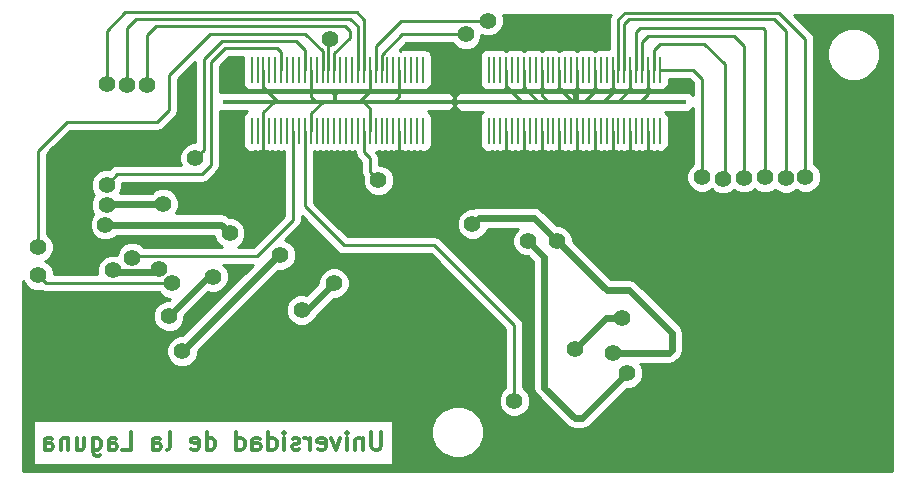
<source format=gbr>
G04 #@! TF.FileFunction,Copper,L2,Bot,Signal*
%FSLAX46Y46*%
G04 Gerber Fmt 4.6, Leading zero omitted, Abs format (unit mm)*
G04 Created by KiCad (PCBNEW 4.0.7-e2-6376~60~ubuntu17.10.1) date Tue Apr 10 15:37:57 2018*
%MOMM*%
%LPD*%
G01*
G04 APERTURE LIST*
%ADD10C,0.100000*%
%ADD11C,0.300000*%
%ADD12R,0.200000X2.200000*%
%ADD13R,19.000000X0.400000*%
%ADD14C,1.400000*%
%ADD15C,0.250000*%
%ADD16C,0.600000*%
%ADD17C,0.254000*%
G04 APERTURE END LIST*
D10*
D11*
X45997460Y23993849D02*
X45997460Y22779563D01*
X45926032Y22636706D01*
X45854603Y22565277D01*
X45711746Y22493849D01*
X45426032Y22493849D01*
X45283174Y22565277D01*
X45211746Y22636706D01*
X45140317Y22779563D01*
X45140317Y23993849D01*
X44426031Y23493849D02*
X44426031Y22493849D01*
X44426031Y23350991D02*
X44354603Y23422420D01*
X44211745Y23493849D01*
X43997460Y23493849D01*
X43854603Y23422420D01*
X43783174Y23279563D01*
X43783174Y22493849D01*
X43068888Y22493849D02*
X43068888Y23493849D01*
X43068888Y23993849D02*
X43140317Y23922420D01*
X43068888Y23850991D01*
X42997460Y23922420D01*
X43068888Y23993849D01*
X43068888Y23850991D01*
X42497459Y23493849D02*
X42140316Y22493849D01*
X41783174Y23493849D01*
X40640317Y22565277D02*
X40783174Y22493849D01*
X41068888Y22493849D01*
X41211745Y22565277D01*
X41283174Y22708134D01*
X41283174Y23279563D01*
X41211745Y23422420D01*
X41068888Y23493849D01*
X40783174Y23493849D01*
X40640317Y23422420D01*
X40568888Y23279563D01*
X40568888Y23136706D01*
X41283174Y22993849D01*
X39926031Y22493849D02*
X39926031Y23493849D01*
X39926031Y23208134D02*
X39854603Y23350991D01*
X39783174Y23422420D01*
X39640317Y23493849D01*
X39497460Y23493849D01*
X39068889Y22565277D02*
X38926032Y22493849D01*
X38640317Y22493849D01*
X38497460Y22565277D01*
X38426032Y22708134D01*
X38426032Y22779563D01*
X38497460Y22922420D01*
X38640317Y22993849D01*
X38854603Y22993849D01*
X38997460Y23065277D01*
X39068889Y23208134D01*
X39068889Y23279563D01*
X38997460Y23422420D01*
X38854603Y23493849D01*
X38640317Y23493849D01*
X38497460Y23422420D01*
X37783174Y22493849D02*
X37783174Y23493849D01*
X37783174Y23993849D02*
X37854603Y23922420D01*
X37783174Y23850991D01*
X37711746Y23922420D01*
X37783174Y23993849D01*
X37783174Y23850991D01*
X36426031Y22493849D02*
X36426031Y23993849D01*
X36426031Y22565277D02*
X36568888Y22493849D01*
X36854602Y22493849D01*
X36997460Y22565277D01*
X37068888Y22636706D01*
X37140317Y22779563D01*
X37140317Y23208134D01*
X37068888Y23350991D01*
X36997460Y23422420D01*
X36854602Y23493849D01*
X36568888Y23493849D01*
X36426031Y23422420D01*
X35068888Y22493849D02*
X35068888Y23279563D01*
X35140317Y23422420D01*
X35283174Y23493849D01*
X35568888Y23493849D01*
X35711745Y23422420D01*
X35068888Y22565277D02*
X35211745Y22493849D01*
X35568888Y22493849D01*
X35711745Y22565277D01*
X35783174Y22708134D01*
X35783174Y22850991D01*
X35711745Y22993849D01*
X35568888Y23065277D01*
X35211745Y23065277D01*
X35068888Y23136706D01*
X33711745Y22493849D02*
X33711745Y23993849D01*
X33711745Y22565277D02*
X33854602Y22493849D01*
X34140316Y22493849D01*
X34283174Y22565277D01*
X34354602Y22636706D01*
X34426031Y22779563D01*
X34426031Y23208134D01*
X34354602Y23350991D01*
X34283174Y23422420D01*
X34140316Y23493849D01*
X33854602Y23493849D01*
X33711745Y23422420D01*
X31211745Y22493849D02*
X31211745Y23993849D01*
X31211745Y22565277D02*
X31354602Y22493849D01*
X31640316Y22493849D01*
X31783174Y22565277D01*
X31854602Y22636706D01*
X31926031Y22779563D01*
X31926031Y23208134D01*
X31854602Y23350991D01*
X31783174Y23422420D01*
X31640316Y23493849D01*
X31354602Y23493849D01*
X31211745Y23422420D01*
X29926031Y22565277D02*
X30068888Y22493849D01*
X30354602Y22493849D01*
X30497459Y22565277D01*
X30568888Y22708134D01*
X30568888Y23279563D01*
X30497459Y23422420D01*
X30354602Y23493849D01*
X30068888Y23493849D01*
X29926031Y23422420D01*
X29854602Y23279563D01*
X29854602Y23136706D01*
X30568888Y22993849D01*
X27854602Y22493849D02*
X27997460Y22565277D01*
X28068888Y22708134D01*
X28068888Y23993849D01*
X26640317Y22493849D02*
X26640317Y23279563D01*
X26711746Y23422420D01*
X26854603Y23493849D01*
X27140317Y23493849D01*
X27283174Y23422420D01*
X26640317Y22565277D02*
X26783174Y22493849D01*
X27140317Y22493849D01*
X27283174Y22565277D01*
X27354603Y22708134D01*
X27354603Y22850991D01*
X27283174Y22993849D01*
X27140317Y23065277D01*
X26783174Y23065277D01*
X26640317Y23136706D01*
X24068888Y22493849D02*
X24783174Y22493849D01*
X24783174Y23993849D01*
X22926031Y22493849D02*
X22926031Y23279563D01*
X22997460Y23422420D01*
X23140317Y23493849D01*
X23426031Y23493849D01*
X23568888Y23422420D01*
X22926031Y22565277D02*
X23068888Y22493849D01*
X23426031Y22493849D01*
X23568888Y22565277D01*
X23640317Y22708134D01*
X23640317Y22850991D01*
X23568888Y22993849D01*
X23426031Y23065277D01*
X23068888Y23065277D01*
X22926031Y23136706D01*
X21568888Y23493849D02*
X21568888Y22279563D01*
X21640317Y22136706D01*
X21711745Y22065277D01*
X21854602Y21993849D01*
X22068888Y21993849D01*
X22211745Y22065277D01*
X21568888Y22565277D02*
X21711745Y22493849D01*
X21997459Y22493849D01*
X22140317Y22565277D01*
X22211745Y22636706D01*
X22283174Y22779563D01*
X22283174Y23208134D01*
X22211745Y23350991D01*
X22140317Y23422420D01*
X21997459Y23493849D01*
X21711745Y23493849D01*
X21568888Y23422420D01*
X20211745Y23493849D02*
X20211745Y22493849D01*
X20854602Y23493849D02*
X20854602Y22708134D01*
X20783174Y22565277D01*
X20640316Y22493849D01*
X20426031Y22493849D01*
X20283174Y22565277D01*
X20211745Y22636706D01*
X19497459Y23493849D02*
X19497459Y22493849D01*
X19497459Y23350991D02*
X19426031Y23422420D01*
X19283173Y23493849D01*
X19068888Y23493849D01*
X18926031Y23422420D01*
X18854602Y23279563D01*
X18854602Y22493849D01*
X17497459Y22493849D02*
X17497459Y23279563D01*
X17568888Y23422420D01*
X17711745Y23493849D01*
X17997459Y23493849D01*
X18140316Y23422420D01*
X17497459Y22565277D02*
X17640316Y22493849D01*
X17997459Y22493849D01*
X18140316Y22565277D01*
X18211745Y22708134D01*
X18211745Y22850991D01*
X18140316Y22993849D01*
X17997459Y23065277D01*
X17640316Y23065277D01*
X17497459Y23136706D01*
D12*
X69579010Y49482310D03*
X69579010Y54682310D03*
X69079010Y49482310D03*
X69079010Y54682310D03*
X68579010Y49482310D03*
X68579010Y54682310D03*
X68079010Y49482310D03*
X68079010Y54682310D03*
X67579010Y49482310D03*
X67579010Y54682310D03*
X67079010Y49482310D03*
X67079010Y54682310D03*
X66579010Y49482310D03*
X66579010Y54682310D03*
X66079010Y49482310D03*
X66079010Y54682310D03*
X65579010Y49482310D03*
X65579010Y54682310D03*
X65079010Y49482310D03*
X65079010Y54682310D03*
X64579010Y49482310D03*
X64579010Y54682310D03*
X64079010Y49482310D03*
X64079010Y54682310D03*
X63579010Y49482310D03*
X63579010Y54682310D03*
X63079010Y49482310D03*
X63079010Y54682310D03*
X62579010Y49482310D03*
X62579010Y54682310D03*
X62079010Y49482310D03*
X62079010Y54682310D03*
X61579010Y49482310D03*
X61579010Y54682310D03*
X61079010Y49482310D03*
X61079010Y54682310D03*
X60579010Y49482310D03*
X60579010Y54682310D03*
X60079010Y49482310D03*
X60079010Y54682310D03*
X59579010Y49482310D03*
X59579010Y54682310D03*
X59079010Y49482310D03*
X59079010Y54682310D03*
X58579010Y49482310D03*
X58579010Y54682310D03*
X58079010Y49482310D03*
X58079010Y54682310D03*
X57579010Y49482310D03*
X57579010Y54682310D03*
X57079010Y49482310D03*
X57079010Y54682310D03*
X56579010Y49482310D03*
X56579010Y54682310D03*
X56079010Y49482310D03*
X56079010Y54682310D03*
X55579010Y49482310D03*
X55579010Y54682310D03*
X55079010Y49482310D03*
X55079010Y54682310D03*
X49524410Y49469610D03*
X49524410Y54669610D03*
X49024410Y49469610D03*
X49024410Y54669610D03*
X48524410Y49469610D03*
X48524410Y54669610D03*
X48024410Y49469610D03*
X48024410Y54669610D03*
X47524410Y49469610D03*
X47524410Y54669610D03*
X47024410Y49469610D03*
X47024410Y54669610D03*
X46524410Y49469610D03*
X46524410Y54669610D03*
X46024410Y49469610D03*
X46024410Y54669610D03*
X45524410Y49469610D03*
X45524410Y54669610D03*
X45024410Y49469610D03*
X45024410Y54669610D03*
X44524410Y49469610D03*
X44524410Y54669610D03*
X44024410Y49469610D03*
X44024410Y54669610D03*
X43524410Y49469610D03*
X43524410Y54669610D03*
X43024410Y49469610D03*
X43024410Y54669610D03*
X42524410Y49469610D03*
X42524410Y54669610D03*
X42024410Y49469610D03*
X42024410Y54669610D03*
X41524410Y49469610D03*
X41524410Y54669610D03*
X41024410Y49469610D03*
X41024410Y54669610D03*
X40524410Y49469610D03*
X40524410Y54669610D03*
X40024410Y49469610D03*
X40024410Y54669610D03*
X39524410Y49469610D03*
X39524410Y54669610D03*
X39024410Y49469610D03*
X39024410Y54669610D03*
X38524410Y49469610D03*
X38524410Y54669610D03*
X38024410Y49469610D03*
X38024410Y54669610D03*
X37524410Y49469610D03*
X37524410Y54669610D03*
X37024410Y49469610D03*
X37024410Y54669610D03*
X36524410Y49469610D03*
X36524410Y54669610D03*
X36024410Y49469610D03*
X36024410Y54669610D03*
X35524410Y49469610D03*
X35524410Y54669610D03*
X35024410Y49469610D03*
X35024410Y54669610D03*
D13*
X62353760Y51961660D03*
X42046460Y51974360D03*
D14*
X18559780Y29065220D03*
X16913860Y34175700D03*
X31623000Y43515280D03*
X29052520Y49187100D03*
X18519140Y47594520D03*
X42478960Y44777660D03*
X36306760Y44891960D03*
X85239860Y41978580D03*
X80238600Y45499020D03*
X66408300Y33652460D03*
X62384940Y31026100D03*
X81912460Y45577760D03*
X73149460Y45577760D03*
X37449760Y38986460D03*
X29143960Y30833060D03*
X76730860Y45539660D03*
X39250620Y34323020D03*
X41988740Y36614100D03*
X78503780Y45554900D03*
X28270200Y36586160D03*
X16954500Y37256720D03*
X66824860Y28966160D03*
X58417460Y40190420D03*
X53146960Y57655460D03*
X53718460Y41615360D03*
X27175460Y37833300D03*
X23253700Y37670740D03*
X65605660Y30718760D03*
X60881260Y40167560D03*
X55034180Y58823860D03*
X24919940Y38768020D03*
X45760640Y45303440D03*
X24432260Y53398420D03*
X22793960Y53433980D03*
X30248860Y47177960D03*
X27515820Y43319700D03*
X22738080Y43207940D03*
X57261760Y26642060D03*
X22738080Y44940220D03*
X74957940Y45443140D03*
X31762700Y37117020D03*
X28000960Y33804860D03*
X26146760Y53406040D03*
X22644100Y41562020D03*
X33159700Y40833040D03*
X41633140Y57274460D03*
X16913860Y39641780D03*
D15*
X16685260Y30939740D02*
X18559780Y29065220D01*
X16685260Y33947100D02*
X16685260Y30939740D01*
X16913860Y34175700D02*
X16685260Y33947100D01*
X34566860Y43152060D02*
X36306760Y44891960D01*
X31986220Y43152060D02*
X34566860Y43152060D01*
X31623000Y43515280D02*
X31986220Y43152060D01*
X20111720Y49187100D02*
X29052520Y49187100D01*
X18519140Y47594520D02*
X20111720Y49187100D01*
X36024410Y49469610D02*
X36024410Y45174310D01*
X36024410Y45174310D02*
X36306760Y44891960D01*
X45024410Y49469610D02*
X45024410Y51429550D01*
X45024410Y51429550D02*
X44479600Y51974360D01*
X44479600Y51974360D02*
X42046460Y51974360D01*
X40024410Y49469610D02*
X40024410Y50971810D01*
X40024410Y50971810D02*
X41026960Y51974360D01*
X41026960Y51974360D02*
X42046460Y51974360D01*
X47524410Y54669610D02*
X47524410Y52449990D01*
X47524410Y52449990D02*
X47048780Y51974360D01*
X47048780Y51974360D02*
X42046460Y51974360D01*
X45024410Y54669610D02*
X45024410Y52878090D01*
X45024410Y52878090D02*
X44120680Y51974360D01*
X44120680Y51974360D02*
X42046460Y51974360D01*
X40024410Y54669610D02*
X40024410Y52390950D01*
X40024410Y52390950D02*
X40441000Y51974360D01*
X40441000Y51974360D02*
X42046460Y51974360D01*
X36024410Y54669610D02*
X36024410Y53190550D01*
X36024410Y53190550D02*
X37240600Y51974360D01*
X37240600Y51974360D02*
X42046460Y51974360D01*
X56579010Y54682310D02*
X56579010Y53270910D01*
X56579010Y53270910D02*
X57888260Y51961660D01*
X57888260Y51961660D02*
X62353760Y51961660D01*
X58079010Y54682310D02*
X58079010Y53172990D01*
X58079010Y53172990D02*
X59290340Y51961660D01*
X59290340Y51961660D02*
X62353760Y51961660D01*
X59579010Y54682310D02*
X59579010Y52511190D01*
X59579010Y52511190D02*
X60128540Y51961660D01*
X60128540Y51961660D02*
X62353760Y51961660D01*
X61079010Y54682310D02*
X61079010Y53096530D01*
X61079010Y53096530D02*
X62213880Y51961660D01*
X62213880Y51961660D02*
X62353760Y51961660D01*
X68579010Y54682310D02*
X68579010Y52612570D01*
X68579010Y52612570D02*
X67928100Y51961660D01*
X67928100Y51961660D02*
X62353760Y51961660D01*
X67079010Y54682310D02*
X67079010Y53032810D01*
X67079010Y53032810D02*
X66007860Y51961660D01*
X66007860Y51961660D02*
X62353760Y51961660D01*
X65579010Y54682310D02*
X65579010Y52805310D01*
X65579010Y52805310D02*
X64735360Y51961660D01*
X64735360Y51961660D02*
X62353760Y51961660D01*
X64079010Y54682310D02*
X64079010Y52887990D01*
X64079010Y52887990D02*
X63152680Y51961660D01*
X63152680Y51961660D02*
X62353760Y51961660D01*
X62579010Y54682310D02*
X62579010Y52186910D01*
X62579010Y52186910D02*
X62353760Y51961660D01*
X68579010Y49482310D02*
X68579010Y44222390D01*
X70822820Y41978580D02*
X85239860Y41978580D01*
X68579010Y44222390D02*
X70822820Y41978580D01*
X68579010Y49482310D02*
X68579010Y47458350D01*
X68579010Y47458350D02*
X68630800Y47406560D01*
X67079010Y49482310D02*
X67079010Y47327970D01*
X67079010Y47327970D02*
X67076320Y47325280D01*
X65579010Y49482310D02*
X65579010Y47440830D01*
X65579010Y47440830D02*
X65717420Y47302420D01*
X64079010Y49482310D02*
X64079010Y47409210D01*
X64079010Y47409210D02*
X64117220Y47371000D01*
X62579010Y49482310D02*
X62579010Y47364890D01*
X62579010Y47364890D02*
X62618620Y47325280D01*
X61079010Y49482310D02*
X61079010Y47385870D01*
X61079010Y47385870D02*
X61018420Y47325280D01*
X59579010Y49482310D02*
X59579010Y47359070D01*
X59579010Y47359070D02*
X59568080Y47348140D01*
X58079010Y49482310D02*
X58079010Y47370370D01*
X58079010Y47370370D02*
X58000900Y47292260D01*
X56579010Y49482310D02*
X56579010Y47412150D01*
X56579010Y47412150D02*
X56573420Y47406560D01*
X47524410Y49469610D02*
X47524410Y47375070D01*
X47524410Y47375070D02*
X47576740Y47322740D01*
X36024410Y49469610D02*
X36024410Y51086610D01*
X36024410Y51086610D02*
X36912160Y51974360D01*
X36912160Y51974360D02*
X42046460Y51974360D01*
X79274670Y58921650D02*
X80238600Y57957720D01*
X80238600Y57957720D02*
X80238600Y45499020D01*
X79274670Y58921650D02*
X66932810Y58921650D01*
D16*
X65011300Y33652460D02*
X66408300Y33652460D01*
X62384940Y31026100D02*
X65011300Y33652460D01*
D15*
X66579010Y54682310D02*
X66579010Y58567850D01*
X66579010Y58567850D02*
X66932810Y58921650D01*
X66932810Y58921650D02*
X66962020Y58950860D01*
X66079010Y54682310D02*
X66079010Y58921290D01*
X81912460Y57236360D02*
X81912460Y45577760D01*
X79679800Y59469020D02*
X81912460Y57236360D01*
X66626740Y59469020D02*
X79679800Y59469020D01*
X66079010Y58921290D02*
X66626740Y59469020D01*
X72388810Y54682310D02*
X73149460Y53921660D01*
X73149460Y53921660D02*
X73149460Y45577760D01*
X72388810Y54682310D02*
X69579010Y54682310D01*
X37297360Y38986460D02*
X37449760Y38986460D01*
D16*
X29143960Y30833060D02*
X37297360Y38986460D01*
D15*
X68079010Y57019850D02*
X68582540Y57523380D01*
X68582540Y57523380D02*
X75902820Y57523380D01*
X75902820Y57523380D02*
X76730860Y56695340D01*
X76730860Y56695340D02*
X76730860Y45539660D01*
X68079010Y54682310D02*
X68079010Y57019850D01*
D16*
X39697660Y34323020D02*
X39250620Y34323020D01*
X41988740Y36614100D02*
X39697660Y34323020D01*
D15*
X67579010Y57876210D02*
X67917060Y58214260D01*
X67917060Y58214260D02*
X78341220Y58214260D01*
X78341220Y58214260D02*
X78503780Y58051700D01*
X78503780Y58051700D02*
X78503780Y45554900D01*
X67579010Y54682310D02*
X67579010Y57876210D01*
X17625060Y36586160D02*
X28270200Y36586160D01*
X16954500Y37256720D02*
X17625060Y36586160D01*
X46024410Y54669610D02*
X46024410Y55905010D01*
D16*
X63014860Y25156160D02*
X66824860Y28966160D01*
X62405260Y25156160D02*
X63014860Y25156160D01*
X59814460Y27746960D02*
X62405260Y25156160D01*
X59814460Y38793420D02*
X59814460Y27746960D01*
X58417460Y40190420D02*
X59814460Y38793420D01*
D15*
X47774860Y57655460D02*
X53146960Y57655460D01*
X46024410Y55905010D02*
X47774860Y57655460D01*
D16*
X58900060Y42148760D02*
X60881260Y40167560D01*
X54251860Y42148760D02*
X58900060Y42148760D01*
D15*
X53718460Y41615360D02*
X54251860Y42148760D01*
D16*
X26850340Y37508180D02*
X27175460Y37833300D01*
X23416260Y37508180D02*
X26850340Y37508180D01*
D15*
X23253700Y37670740D02*
X23416260Y37508180D01*
X45524410Y54669610D02*
X45524410Y56669930D01*
D16*
X70368160Y30718760D02*
X65605660Y30718760D01*
X70596760Y30947360D02*
X70368160Y30718760D01*
X70596760Y32357060D02*
X70596760Y30947360D01*
X66977260Y35976560D02*
X70596760Y32357060D01*
X65072260Y35976560D02*
X66977260Y35976560D01*
X60881260Y40167560D02*
X65072260Y35976560D01*
D15*
X47678340Y58823860D02*
X55034180Y58823860D01*
X45524410Y56669930D02*
X47678340Y58823860D01*
X38524410Y41966110D02*
X38524410Y49469610D01*
X35468560Y38910260D02*
X38524410Y41966110D01*
X25062180Y38910260D02*
X35468560Y38910260D01*
X24919940Y38768020D02*
X25062180Y38910260D01*
X44524410Y47685210D02*
X44524410Y49469610D01*
X45034200Y47175420D02*
X44524410Y47685210D01*
X45034200Y46029880D02*
X45034200Y47175420D01*
X45760640Y45303440D02*
X45034200Y46029880D01*
X44024410Y58352830D02*
X43390820Y58986420D01*
X43390820Y58986420D02*
X25224740Y58986420D01*
X25224740Y58986420D02*
X24432260Y58193940D01*
X24432260Y58193940D02*
X24432260Y53398420D01*
X44024410Y54669610D02*
X44024410Y58352830D01*
X44524410Y58909470D02*
X43908980Y59524900D01*
X43908980Y59524900D02*
X24330660Y59524900D01*
X24330660Y59524900D02*
X22793960Y57988200D01*
X22793960Y57988200D02*
X22793960Y53433980D01*
X44524410Y54669610D02*
X44524410Y58909470D01*
X39524410Y56345350D02*
X39524410Y54669610D01*
X38775640Y57094120D02*
X39524410Y56345350D01*
X32489140Y57094120D02*
X38775640Y57094120D01*
X30952440Y55557420D02*
X32489140Y57094120D01*
X30952440Y47881540D02*
X30952440Y55557420D01*
X30248860Y47177960D02*
X30952440Y47881540D01*
D16*
X22849840Y43319700D02*
X27515820Y43319700D01*
D15*
X22738080Y43207940D02*
X22849840Y43319700D01*
X39524410Y49469610D02*
X39524410Y43101790D01*
X57261760Y33020000D02*
X57261760Y26642060D01*
X50482500Y39799260D02*
X57261760Y33020000D01*
X42826940Y39799260D02*
X50482500Y39799260D01*
X39524410Y43101790D02*
X42826940Y39799260D01*
X37524410Y56193970D02*
X37524410Y54669610D01*
X37211000Y56507380D02*
X37524410Y56193970D01*
X32768540Y56507380D02*
X37211000Y56507380D01*
X31595060Y55333900D02*
X32768540Y56507380D01*
X31595060Y46616620D02*
X31595060Y55333900D01*
X30840680Y45862240D02*
X31595060Y46616620D01*
X23660100Y45862240D02*
X30840680Y45862240D01*
X22738080Y44940220D02*
X23660100Y45862240D01*
X69079010Y56356150D02*
X69079010Y54682310D01*
X69593460Y56870600D02*
X69079010Y56356150D01*
X73337420Y56870600D02*
X69593460Y56870600D01*
X75069700Y55138320D02*
X73337420Y56870600D01*
X75069700Y45554900D02*
X75069700Y55138320D01*
X74957940Y45443140D02*
X75069700Y45554900D01*
D16*
X31313120Y37117020D02*
X31762700Y37117020D01*
X28000960Y33804860D02*
X31313120Y37117020D01*
D15*
X42024410Y54669610D02*
X42024410Y56050290D01*
X41569640Y58351420D02*
X26901140Y58351420D01*
X26901140Y58351420D02*
X26146760Y57597040D01*
X26146760Y57597040D02*
X26146760Y53406040D01*
X42933620Y58351420D02*
X41569640Y58351420D01*
X43324780Y57960260D02*
X42933620Y58351420D01*
X43324780Y57350660D02*
X43324780Y57960260D01*
X42024410Y56050290D02*
X43324780Y57350660D01*
X41524410Y54669610D02*
X41524410Y57165730D01*
D16*
X32430720Y41562020D02*
X22644100Y41562020D01*
X33159700Y40833040D02*
X32430720Y41562020D01*
D15*
X41524410Y57165730D02*
X41633140Y57274460D01*
X41024410Y54669610D02*
X41024410Y56222030D01*
X16913860Y47825660D02*
X16913860Y39641780D01*
X19352260Y50264060D02*
X16913860Y47825660D01*
X27048460Y50264060D02*
X19352260Y50264060D01*
X28000960Y51216560D02*
X27048460Y50264060D01*
X28000960Y54226460D02*
X28000960Y51216560D01*
X31483300Y57708800D02*
X28000960Y54226460D01*
X39537640Y57708800D02*
X31483300Y57708800D01*
X41024410Y56222030D02*
X39537640Y57708800D01*
D17*
G36*
X65376862Y59212129D02*
X65319010Y58921290D01*
X65319010Y56403355D01*
X65315839Y56402041D01*
X65179010Y56429750D01*
X64979010Y56429750D01*
X64823503Y56400489D01*
X64679010Y56429750D01*
X64479010Y56429750D01*
X64338923Y56403391D01*
X64305319Y56417310D01*
X64260760Y56417310D01*
X64202262Y56358812D01*
X64077533Y56278551D01*
X63946462Y56368108D01*
X63897260Y56417310D01*
X63852701Y56417310D01*
X63815839Y56402041D01*
X63679010Y56429750D01*
X63479010Y56429750D01*
X63323503Y56400489D01*
X63179010Y56429750D01*
X62979010Y56429750D01*
X62838923Y56403391D01*
X62805319Y56417310D01*
X62760760Y56417310D01*
X62702262Y56358812D01*
X62577533Y56278551D01*
X62446462Y56368108D01*
X62397260Y56417310D01*
X62352701Y56417310D01*
X62315839Y56402041D01*
X62179010Y56429750D01*
X61979010Y56429750D01*
X61823503Y56400489D01*
X61679010Y56429750D01*
X61479010Y56429750D01*
X61338923Y56403391D01*
X61305319Y56417310D01*
X61260760Y56417310D01*
X61202262Y56358812D01*
X61077533Y56278551D01*
X60946462Y56368108D01*
X60897260Y56417310D01*
X60852701Y56417310D01*
X60815839Y56402041D01*
X60679010Y56429750D01*
X60479010Y56429750D01*
X60323503Y56400489D01*
X60179010Y56429750D01*
X59979010Y56429750D01*
X59838923Y56403391D01*
X59805319Y56417310D01*
X59760760Y56417310D01*
X59702262Y56358812D01*
X59577533Y56278551D01*
X59446462Y56368108D01*
X59397260Y56417310D01*
X59352701Y56417310D01*
X59315839Y56402041D01*
X59179010Y56429750D01*
X58979010Y56429750D01*
X58823503Y56400489D01*
X58679010Y56429750D01*
X58479010Y56429750D01*
X58338923Y56403391D01*
X58305319Y56417310D01*
X58260760Y56417310D01*
X58202262Y56358812D01*
X58077533Y56278551D01*
X57946462Y56368108D01*
X57897260Y56417310D01*
X57852701Y56417310D01*
X57815839Y56402041D01*
X57679010Y56429750D01*
X57479010Y56429750D01*
X57323503Y56400489D01*
X57179010Y56429750D01*
X56979010Y56429750D01*
X56838923Y56403391D01*
X56805319Y56417310D01*
X56760760Y56417310D01*
X56702262Y56358812D01*
X56577533Y56278551D01*
X56446462Y56368108D01*
X56397260Y56417310D01*
X56352701Y56417310D01*
X56315839Y56402041D01*
X56179010Y56429750D01*
X55979010Y56429750D01*
X55823503Y56400489D01*
X55679010Y56429750D01*
X55479010Y56429750D01*
X55323503Y56400489D01*
X55179010Y56429750D01*
X54979010Y56429750D01*
X54743693Y56385472D01*
X54527569Y56246400D01*
X54382579Y56034200D01*
X54331570Y55782310D01*
X54331570Y53582310D01*
X54375848Y53346993D01*
X54514920Y53130869D01*
X54727120Y52985879D01*
X54979010Y52934870D01*
X55179010Y52934870D01*
X55334517Y52964131D01*
X55479010Y52934870D01*
X55679010Y52934870D01*
X55834517Y52964131D01*
X55979010Y52934870D01*
X56179010Y52934870D01*
X56319097Y52961229D01*
X56352701Y52947310D01*
X56397260Y52947310D01*
X56455758Y53005808D01*
X56580487Y53086069D01*
X56711558Y52996512D01*
X56760760Y52947310D01*
X56805319Y52947310D01*
X56842181Y52962579D01*
X56979010Y52934870D01*
X57179010Y52934870D01*
X57334517Y52964131D01*
X57479010Y52934870D01*
X57679010Y52934870D01*
X57819097Y52961229D01*
X57852701Y52947310D01*
X57897260Y52947310D01*
X57955758Y53005808D01*
X58080487Y53086069D01*
X58211558Y52996512D01*
X58260760Y52947310D01*
X58305319Y52947310D01*
X58342181Y52962579D01*
X58479010Y52934870D01*
X58679010Y52934870D01*
X58834517Y52964131D01*
X58979010Y52934870D01*
X59179010Y52934870D01*
X59319097Y52961229D01*
X59352701Y52947310D01*
X59397260Y52947310D01*
X59455758Y53005808D01*
X59580487Y53086069D01*
X59711558Y52996512D01*
X59760760Y52947310D01*
X59805319Y52947310D01*
X59842181Y52962579D01*
X59979010Y52934870D01*
X60179010Y52934870D01*
X60334517Y52964131D01*
X60479010Y52934870D01*
X60679010Y52934870D01*
X60819097Y52961229D01*
X60852701Y52947310D01*
X60897260Y52947310D01*
X60955758Y53005808D01*
X61080487Y53086069D01*
X61211558Y52996512D01*
X61260760Y52947310D01*
X61305319Y52947310D01*
X61342181Y52962579D01*
X61479010Y52934870D01*
X61679010Y52934870D01*
X61834517Y52964131D01*
X61979010Y52934870D01*
X62179010Y52934870D01*
X62319097Y52961229D01*
X62352701Y52947310D01*
X62397260Y52947310D01*
X62455758Y53005808D01*
X62580487Y53086069D01*
X62711558Y52996512D01*
X62760760Y52947310D01*
X62805319Y52947310D01*
X62842181Y52962579D01*
X62979010Y52934870D01*
X63179010Y52934870D01*
X63334517Y52964131D01*
X63479010Y52934870D01*
X63679010Y52934870D01*
X63819097Y52961229D01*
X63852701Y52947310D01*
X63897260Y52947310D01*
X63955758Y53005808D01*
X64080487Y53086069D01*
X64211558Y52996512D01*
X64260760Y52947310D01*
X64305319Y52947310D01*
X64342181Y52962579D01*
X64479010Y52934870D01*
X64679010Y52934870D01*
X64834517Y52964131D01*
X64979010Y52934870D01*
X65179010Y52934870D01*
X65319097Y52961229D01*
X65352701Y52947310D01*
X65397260Y52947310D01*
X65455758Y53005808D01*
X65580487Y53086069D01*
X65711558Y52996512D01*
X65760760Y52947310D01*
X65805319Y52947310D01*
X65842181Y52962579D01*
X65979010Y52934870D01*
X66179010Y52934870D01*
X66334517Y52964131D01*
X66479010Y52934870D01*
X66679010Y52934870D01*
X66819097Y52961229D01*
X66852701Y52947310D01*
X66897260Y52947310D01*
X66955758Y53005808D01*
X67080487Y53086069D01*
X67211558Y52996512D01*
X67260760Y52947310D01*
X67305319Y52947310D01*
X67342181Y52962579D01*
X67479010Y52934870D01*
X67679010Y52934870D01*
X67834517Y52964131D01*
X67979010Y52934870D01*
X68179010Y52934870D01*
X68319097Y52961229D01*
X68352701Y52947310D01*
X68397260Y52947310D01*
X68455758Y53005808D01*
X68580487Y53086069D01*
X68711558Y52996512D01*
X68760760Y52947310D01*
X68805319Y52947310D01*
X68842181Y52962579D01*
X68979010Y52934870D01*
X69179010Y52934870D01*
X69334517Y52964131D01*
X69479010Y52934870D01*
X69679010Y52934870D01*
X69914327Y52979148D01*
X70130451Y53118220D01*
X70275441Y53330420D01*
X70326450Y53582310D01*
X70326450Y53922310D01*
X72074008Y53922310D01*
X72389460Y53606858D01*
X72389460Y52523986D01*
X72213458Y52699987D01*
X71980069Y52796660D01*
X62535510Y52796660D01*
X62376760Y52637910D01*
X62376760Y51984660D01*
X62396760Y51984660D01*
X62396760Y51938660D01*
X62376760Y51938660D01*
X62376760Y51918660D01*
X62330760Y51918660D01*
X62330760Y51938660D01*
X52377510Y51938660D01*
X52218760Y51779910D01*
X52218760Y51635350D01*
X52315433Y51401961D01*
X52494062Y51223333D01*
X52727451Y51126660D01*
X54652297Y51126660D01*
X54527569Y51046400D01*
X54382579Y50834200D01*
X54331570Y50582310D01*
X54331570Y48382310D01*
X54375848Y48146993D01*
X54514920Y47930869D01*
X54727120Y47785879D01*
X54979010Y47734870D01*
X55179010Y47734870D01*
X55334517Y47764131D01*
X55479010Y47734870D01*
X55679010Y47734870D01*
X55834517Y47764131D01*
X55979010Y47734870D01*
X56179010Y47734870D01*
X56319097Y47761229D01*
X56352701Y47747310D01*
X56397260Y47747310D01*
X56455758Y47805808D01*
X56580487Y47886069D01*
X56711558Y47796512D01*
X56760760Y47747310D01*
X56805319Y47747310D01*
X56842181Y47762579D01*
X56979010Y47734870D01*
X57179010Y47734870D01*
X57334517Y47764131D01*
X57479010Y47734870D01*
X57679010Y47734870D01*
X57819097Y47761229D01*
X57852701Y47747310D01*
X57897260Y47747310D01*
X57955758Y47805808D01*
X58080487Y47886069D01*
X58211558Y47796512D01*
X58260760Y47747310D01*
X58305319Y47747310D01*
X58342181Y47762579D01*
X58479010Y47734870D01*
X58679010Y47734870D01*
X58834517Y47764131D01*
X58979010Y47734870D01*
X59179010Y47734870D01*
X59319097Y47761229D01*
X59352701Y47747310D01*
X59397260Y47747310D01*
X59455758Y47805808D01*
X59580487Y47886069D01*
X59711558Y47796512D01*
X59760760Y47747310D01*
X59805319Y47747310D01*
X59842181Y47762579D01*
X59979010Y47734870D01*
X60179010Y47734870D01*
X60334517Y47764131D01*
X60479010Y47734870D01*
X60679010Y47734870D01*
X60819097Y47761229D01*
X60852701Y47747310D01*
X60897260Y47747310D01*
X60955758Y47805808D01*
X61080487Y47886069D01*
X61211558Y47796512D01*
X61260760Y47747310D01*
X61305319Y47747310D01*
X61342181Y47762579D01*
X61479010Y47734870D01*
X61679010Y47734870D01*
X61834517Y47764131D01*
X61979010Y47734870D01*
X62179010Y47734870D01*
X62319097Y47761229D01*
X62352701Y47747310D01*
X62397260Y47747310D01*
X62455758Y47805808D01*
X62580487Y47886069D01*
X62711558Y47796512D01*
X62760760Y47747310D01*
X62805319Y47747310D01*
X62842181Y47762579D01*
X62979010Y47734870D01*
X63179010Y47734870D01*
X63334517Y47764131D01*
X63479010Y47734870D01*
X63679010Y47734870D01*
X63819097Y47761229D01*
X63852701Y47747310D01*
X63897260Y47747310D01*
X63955758Y47805808D01*
X64080487Y47886069D01*
X64211558Y47796512D01*
X64260760Y47747310D01*
X64305319Y47747310D01*
X64342181Y47762579D01*
X64479010Y47734870D01*
X64679010Y47734870D01*
X64834517Y47764131D01*
X64979010Y47734870D01*
X65179010Y47734870D01*
X65319097Y47761229D01*
X65352701Y47747310D01*
X65397260Y47747310D01*
X65455758Y47805808D01*
X65580487Y47886069D01*
X65711558Y47796512D01*
X65760760Y47747310D01*
X65805319Y47747310D01*
X65842181Y47762579D01*
X65979010Y47734870D01*
X66179010Y47734870D01*
X66334517Y47764131D01*
X66479010Y47734870D01*
X66679010Y47734870D01*
X66819097Y47761229D01*
X66852701Y47747310D01*
X66897260Y47747310D01*
X66955758Y47805808D01*
X67080487Y47886069D01*
X67211558Y47796512D01*
X67260760Y47747310D01*
X67305319Y47747310D01*
X67342181Y47762579D01*
X67479010Y47734870D01*
X67679010Y47734870D01*
X67834517Y47764131D01*
X67979010Y47734870D01*
X68179010Y47734870D01*
X68319097Y47761229D01*
X68352701Y47747310D01*
X68397260Y47747310D01*
X68455758Y47805808D01*
X68580487Y47886069D01*
X68711558Y47796512D01*
X68760760Y47747310D01*
X68805319Y47747310D01*
X68842181Y47762579D01*
X68979010Y47734870D01*
X69179010Y47734870D01*
X69334517Y47764131D01*
X69479010Y47734870D01*
X69679010Y47734870D01*
X69914327Y47779148D01*
X70130451Y47918220D01*
X70275441Y48130420D01*
X70326450Y48382310D01*
X70326450Y50582310D01*
X70282172Y50817627D01*
X70143100Y51033751D01*
X70007123Y51126660D01*
X71980069Y51126660D01*
X72213458Y51223333D01*
X72389460Y51399334D01*
X72389460Y46705415D01*
X72018362Y46334964D01*
X71814692Y45844473D01*
X71814229Y45313377D01*
X72017042Y44822531D01*
X72392256Y44446662D01*
X72882747Y44242992D01*
X73413843Y44242529D01*
X73904689Y44445342D01*
X73986321Y44526832D01*
X74200736Y44312042D01*
X74691227Y44108372D01*
X75222323Y44107909D01*
X75713169Y44310722D01*
X75892560Y44489800D01*
X75973656Y44408562D01*
X76464147Y44204892D01*
X76995243Y44204429D01*
X77486089Y44407242D01*
X77624840Y44545751D01*
X77746576Y44423802D01*
X78237067Y44220132D01*
X78768163Y44219669D01*
X79259009Y44422482D01*
X79343116Y44506443D01*
X79481396Y44367922D01*
X79971887Y44164252D01*
X80502983Y44163789D01*
X80993829Y44366602D01*
X81114713Y44487276D01*
X81155256Y44446662D01*
X81645747Y44242992D01*
X82176843Y44242529D01*
X82667689Y44445342D01*
X83043558Y44820556D01*
X83247228Y45311047D01*
X83247691Y45842143D01*
X83044878Y46332989D01*
X82672460Y46706057D01*
X82672460Y55544441D01*
X83745673Y55544441D01*
X84085215Y54722688D01*
X84713381Y54093424D01*
X85534541Y53752449D01*
X86423679Y53751673D01*
X87245432Y54091215D01*
X87874696Y54719381D01*
X88215671Y55540541D01*
X88216447Y56429679D01*
X87876905Y57251432D01*
X87248739Y57880696D01*
X86427579Y58221671D01*
X85538441Y58222447D01*
X84716688Y57882905D01*
X84087424Y57254739D01*
X83746449Y56433579D01*
X83745673Y55544441D01*
X82672460Y55544441D01*
X82672460Y57236360D01*
X82614608Y57527199D01*
X82449861Y57773761D01*
X80946562Y59277060D01*
X89271060Y59277060D01*
X89271060Y20697060D01*
X15691060Y20697060D01*
X15691060Y25007420D01*
X16505317Y25007420D01*
X16505317Y21187420D01*
X46989604Y21187420D01*
X46989604Y23544441D01*
X50245673Y23544441D01*
X50585215Y22722688D01*
X51213381Y22093424D01*
X52034541Y21752449D01*
X52923679Y21751673D01*
X53745432Y22091215D01*
X54374696Y22719381D01*
X54715671Y23540541D01*
X54716447Y24429679D01*
X54376905Y25251432D01*
X53748739Y25880696D01*
X52927579Y26221671D01*
X52038441Y26222447D01*
X51216688Y25882905D01*
X50587424Y25254739D01*
X50246449Y24433579D01*
X50245673Y23544441D01*
X46989604Y23544441D01*
X46989604Y25007420D01*
X16505317Y25007420D01*
X15691060Y25007420D01*
X15691060Y36818589D01*
X15822082Y36501491D01*
X16197296Y36125622D01*
X16687787Y35921952D01*
X17218883Y35921489D01*
X17255493Y35936616D01*
X17334221Y35884012D01*
X17625060Y35826160D01*
X27142545Y35826160D01*
X27512996Y35455062D01*
X28003487Y35251392D01*
X28125096Y35251286D01*
X28013659Y35139849D01*
X27736577Y35140091D01*
X27245731Y34937278D01*
X26869862Y34562064D01*
X26666192Y34071573D01*
X26665729Y33540477D01*
X26868542Y33049631D01*
X27243756Y32673762D01*
X27734247Y32470092D01*
X28265343Y32469629D01*
X28756189Y32672442D01*
X29132058Y33047656D01*
X29335728Y33538147D01*
X29335972Y33817582D01*
X31357957Y35839567D01*
X31495987Y35782252D01*
X32027083Y35781789D01*
X32517929Y35984602D01*
X32893798Y36359816D01*
X33097468Y36850307D01*
X33097931Y37381403D01*
X32895118Y37872249D01*
X32617591Y38150260D01*
X35138870Y38150260D01*
X29156659Y32168049D01*
X28879577Y32168291D01*
X28388731Y31965478D01*
X28012862Y31590264D01*
X27809192Y31099773D01*
X27808729Y30568677D01*
X28011542Y30077831D01*
X28386756Y29701962D01*
X28877247Y29498292D01*
X29408343Y29497829D01*
X29899189Y29700642D01*
X30275058Y30075856D01*
X30478728Y30566347D01*
X30478972Y30845782D01*
X33691827Y34058637D01*
X37915389Y34058637D01*
X38118202Y33567791D01*
X38493416Y33191922D01*
X38983907Y32988252D01*
X39515003Y32987789D01*
X40005849Y33190602D01*
X40381718Y33565816D01*
X40466199Y33769269D01*
X41976041Y35279111D01*
X42253123Y35278869D01*
X42743969Y35481682D01*
X43119838Y35856896D01*
X43323508Y36347387D01*
X43323971Y36878483D01*
X43121158Y37369329D01*
X42745944Y37745198D01*
X42255453Y37948868D01*
X41724357Y37949331D01*
X41233511Y37746518D01*
X40857642Y37371304D01*
X40653972Y36880813D01*
X40653728Y36601378D01*
X39653568Y35601218D01*
X39517333Y35657788D01*
X38986237Y35658251D01*
X38495391Y35455438D01*
X38119522Y35080224D01*
X37915852Y34589733D01*
X37915389Y34058637D01*
X33691827Y34058637D01*
X37284793Y37651603D01*
X37714143Y37651229D01*
X38204989Y37854042D01*
X38580858Y38229256D01*
X38784528Y38719747D01*
X38784991Y39250843D01*
X38582178Y39741689D01*
X38206964Y40117558D01*
X37884542Y40251440D01*
X39061811Y41428709D01*
X39226558Y41675271D01*
X39284410Y41966110D01*
X39284410Y42266988D01*
X42289539Y39261859D01*
X42536101Y39097112D01*
X42826940Y39039260D01*
X50167698Y39039260D01*
X56501760Y32705198D01*
X56501760Y27769715D01*
X56130662Y27399264D01*
X55926992Y26908773D01*
X55926529Y26377677D01*
X56129342Y25886831D01*
X56504556Y25510962D01*
X56995047Y25307292D01*
X57526143Y25306829D01*
X58016989Y25509642D01*
X58392858Y25884856D01*
X58596528Y26375347D01*
X58596991Y26906443D01*
X58394178Y27397289D01*
X58021760Y27770357D01*
X58021760Y33020000D01*
X57973506Y33262586D01*
X57963908Y33310840D01*
X57799161Y33557401D01*
X51019901Y40336661D01*
X50773339Y40501408D01*
X50482500Y40559260D01*
X43141742Y40559260D01*
X42350025Y41350977D01*
X52383229Y41350977D01*
X52586042Y40860131D01*
X52961256Y40484262D01*
X53451747Y40280592D01*
X53982843Y40280129D01*
X54473689Y40482942D01*
X54849558Y40858156D01*
X54997218Y41213760D01*
X57552963Y41213760D01*
X57286362Y40947624D01*
X57082692Y40457133D01*
X57082229Y39926037D01*
X57285042Y39435191D01*
X57660256Y39059322D01*
X58150747Y38855652D01*
X58430182Y38855408D01*
X58879460Y38406130D01*
X58879460Y27746960D01*
X58950633Y27389151D01*
X59153315Y27085815D01*
X61744113Y24495018D01*
X61744115Y24495015D01*
X62047451Y24292333D01*
X62405260Y24221160D01*
X63014860Y24221160D01*
X63372669Y24292333D01*
X63676005Y24495015D01*
X66812161Y27631171D01*
X67089243Y27630929D01*
X67580089Y27833742D01*
X67955958Y28208956D01*
X68159628Y28699447D01*
X68160091Y29230543D01*
X67957278Y29721389D01*
X67895016Y29783760D01*
X70368160Y29783760D01*
X70725969Y29854933D01*
X71029305Y30057615D01*
X71257905Y30286215D01*
X71460587Y30589551D01*
X71531760Y30947360D01*
X71531760Y32357060D01*
X71460587Y32714869D01*
X71257905Y33018205D01*
X67638405Y36637705D01*
X67335069Y36840387D01*
X66977260Y36911560D01*
X65459550Y36911560D01*
X62216249Y40154861D01*
X62216491Y40431943D01*
X62013678Y40922789D01*
X61638464Y41298658D01*
X61147973Y41502328D01*
X60868538Y41502572D01*
X59561205Y42809905D01*
X59257869Y43012587D01*
X58900060Y43083760D01*
X54251860Y43083760D01*
X53894051Y43012587D01*
X53800815Y42950289D01*
X53454077Y42950591D01*
X52963231Y42747778D01*
X52587362Y42372564D01*
X52383692Y41882073D01*
X52383229Y41350977D01*
X42350025Y41350977D01*
X40284410Y43416592D01*
X40284410Y47748565D01*
X40287581Y47749879D01*
X40424410Y47722170D01*
X40624410Y47722170D01*
X40779917Y47751431D01*
X40924410Y47722170D01*
X41124410Y47722170D01*
X41279917Y47751431D01*
X41424410Y47722170D01*
X41624410Y47722170D01*
X41779917Y47751431D01*
X41924410Y47722170D01*
X42124410Y47722170D01*
X42279917Y47751431D01*
X42424410Y47722170D01*
X42624410Y47722170D01*
X42779917Y47751431D01*
X42924410Y47722170D01*
X43124410Y47722170D01*
X43279917Y47751431D01*
X43424410Y47722170D01*
X43624410Y47722170D01*
X43764410Y47748513D01*
X43764410Y47685210D01*
X43822262Y47394371D01*
X43987009Y47147809D01*
X44274200Y46860618D01*
X44274200Y46029880D01*
X44332052Y45739041D01*
X44433164Y45587715D01*
X44425872Y45570153D01*
X44425409Y45039057D01*
X44628222Y44548211D01*
X45003436Y44172342D01*
X45493927Y43968672D01*
X46025023Y43968209D01*
X46515869Y44171022D01*
X46891738Y44546236D01*
X47095408Y45036727D01*
X47095871Y45567823D01*
X46893058Y46058669D01*
X46517844Y46434538D01*
X46027353Y46638208D01*
X45794200Y46638411D01*
X45794200Y47175420D01*
X45736348Y47466259D01*
X45571601Y47712821D01*
X45562252Y47722170D01*
X45624410Y47722170D01*
X45779917Y47751431D01*
X45924410Y47722170D01*
X46124410Y47722170D01*
X46279917Y47751431D01*
X46424410Y47722170D01*
X46624410Y47722170D01*
X46779917Y47751431D01*
X46924410Y47722170D01*
X47124410Y47722170D01*
X47264497Y47748529D01*
X47298101Y47734610D01*
X47342660Y47734610D01*
X47401158Y47793108D01*
X47525887Y47873369D01*
X47656958Y47783812D01*
X47706160Y47734610D01*
X47750719Y47734610D01*
X47787581Y47749879D01*
X47924410Y47722170D01*
X48124410Y47722170D01*
X48279917Y47751431D01*
X48424410Y47722170D01*
X48624410Y47722170D01*
X48779917Y47751431D01*
X48924410Y47722170D01*
X49124410Y47722170D01*
X49279917Y47751431D01*
X49424410Y47722170D01*
X49624410Y47722170D01*
X49859727Y47766448D01*
X50075851Y47905520D01*
X50220841Y48117720D01*
X50271850Y48369610D01*
X50271850Y50569610D01*
X50227572Y50804927D01*
X50088500Y51021051D01*
X49915349Y51139360D01*
X51672769Y51139360D01*
X51906158Y51236033D01*
X52084787Y51414661D01*
X52181460Y51648050D01*
X52181460Y51792610D01*
X52022710Y51951360D01*
X42069460Y51951360D01*
X42069460Y51931360D01*
X42023460Y51931360D01*
X42023460Y51951360D01*
X42003460Y51951360D01*
X42003460Y51997360D01*
X42023460Y51997360D01*
X42023460Y52650610D01*
X42069460Y52650610D01*
X42069460Y51997360D01*
X52022710Y51997360D01*
X52181460Y52156110D01*
X52181460Y52287970D01*
X52218760Y52287970D01*
X52218760Y52143410D01*
X52377510Y51984660D01*
X62330760Y51984660D01*
X62330760Y52637910D01*
X62172010Y52796660D01*
X52727451Y52796660D01*
X52494062Y52699987D01*
X52315433Y52521359D01*
X52218760Y52287970D01*
X52181460Y52287970D01*
X52181460Y52300670D01*
X52084787Y52534059D01*
X51906158Y52712687D01*
X51672769Y52809360D01*
X42228210Y52809360D01*
X42069460Y52650610D01*
X42023460Y52650610D01*
X41864710Y52809360D01*
X32420151Y52809360D01*
X32355060Y52782398D01*
X32355060Y55019098D01*
X33083342Y55747380D01*
X34276970Y55747380D01*
X34276970Y53569610D01*
X34321248Y53334293D01*
X34460320Y53118169D01*
X34672520Y52973179D01*
X34924410Y52922170D01*
X35124410Y52922170D01*
X35279917Y52951431D01*
X35424410Y52922170D01*
X35624410Y52922170D01*
X35764497Y52948529D01*
X35798101Y52934610D01*
X35842660Y52934610D01*
X35901158Y52993108D01*
X36025887Y53073369D01*
X36156958Y52983812D01*
X36206160Y52934610D01*
X36250719Y52934610D01*
X36287581Y52949879D01*
X36424410Y52922170D01*
X36624410Y52922170D01*
X36779917Y52951431D01*
X36924410Y52922170D01*
X37124410Y52922170D01*
X37279917Y52951431D01*
X37424410Y52922170D01*
X37624410Y52922170D01*
X37779917Y52951431D01*
X37924410Y52922170D01*
X38124410Y52922170D01*
X38279917Y52951431D01*
X38424410Y52922170D01*
X38624410Y52922170D01*
X38779917Y52951431D01*
X38924410Y52922170D01*
X39124410Y52922170D01*
X39279917Y52951431D01*
X39424410Y52922170D01*
X39624410Y52922170D01*
X39764497Y52948529D01*
X39798101Y52934610D01*
X39842660Y52934610D01*
X39901158Y52993108D01*
X40025887Y53073369D01*
X40156958Y52983812D01*
X40206160Y52934610D01*
X40250719Y52934610D01*
X40287581Y52949879D01*
X40424410Y52922170D01*
X40624410Y52922170D01*
X40779917Y52951431D01*
X40924410Y52922170D01*
X41124410Y52922170D01*
X41279917Y52951431D01*
X41424410Y52922170D01*
X41624410Y52922170D01*
X41779917Y52951431D01*
X41924410Y52922170D01*
X42124410Y52922170D01*
X42279917Y52951431D01*
X42424410Y52922170D01*
X42624410Y52922170D01*
X42779917Y52951431D01*
X42924410Y52922170D01*
X43124410Y52922170D01*
X43279917Y52951431D01*
X43424410Y52922170D01*
X43624410Y52922170D01*
X43779917Y52951431D01*
X43924410Y52922170D01*
X44124410Y52922170D01*
X44279917Y52951431D01*
X44424410Y52922170D01*
X44624410Y52922170D01*
X44764497Y52948529D01*
X44798101Y52934610D01*
X44842660Y52934610D01*
X44901158Y52993108D01*
X45025887Y53073369D01*
X45156958Y52983812D01*
X45206160Y52934610D01*
X45250719Y52934610D01*
X45287581Y52949879D01*
X45424410Y52922170D01*
X45624410Y52922170D01*
X45779917Y52951431D01*
X45924410Y52922170D01*
X46124410Y52922170D01*
X46279917Y52951431D01*
X46424410Y52922170D01*
X46624410Y52922170D01*
X46779917Y52951431D01*
X46924410Y52922170D01*
X47124410Y52922170D01*
X47264497Y52948529D01*
X47298101Y52934610D01*
X47342660Y52934610D01*
X47401158Y52993108D01*
X47525887Y53073369D01*
X47656958Y52983812D01*
X47706160Y52934610D01*
X47750719Y52934610D01*
X47787581Y52949879D01*
X47924410Y52922170D01*
X48124410Y52922170D01*
X48279917Y52951431D01*
X48424410Y52922170D01*
X48624410Y52922170D01*
X48779917Y52951431D01*
X48924410Y52922170D01*
X49124410Y52922170D01*
X49279917Y52951431D01*
X49424410Y52922170D01*
X49624410Y52922170D01*
X49859727Y52966448D01*
X50075851Y53105520D01*
X50220841Y53317720D01*
X50271850Y53569610D01*
X50271850Y55769610D01*
X50227572Y56004927D01*
X50088500Y56221051D01*
X49876300Y56366041D01*
X49624410Y56417050D01*
X49424410Y56417050D01*
X49268903Y56387789D01*
X49124410Y56417050D01*
X48924410Y56417050D01*
X48768903Y56387789D01*
X48624410Y56417050D01*
X48424410Y56417050D01*
X48268903Y56387789D01*
X48124410Y56417050D01*
X47924410Y56417050D01*
X47784323Y56390691D01*
X47750719Y56404610D01*
X47706160Y56404610D01*
X47647662Y56346112D01*
X47547412Y56281603D01*
X47547412Y56353210D01*
X48089662Y56895460D01*
X52019305Y56895460D01*
X52389756Y56524362D01*
X52880247Y56320692D01*
X53411343Y56320229D01*
X53902189Y56523042D01*
X54278058Y56898256D01*
X54481728Y57388747D01*
X54481919Y57607662D01*
X54767467Y57489092D01*
X55298563Y57488629D01*
X55789409Y57691442D01*
X56165278Y58066656D01*
X56368948Y58557147D01*
X56369411Y59088243D01*
X56291394Y59277060D01*
X65420247Y59277060D01*
X65376862Y59212129D01*
X65376862Y59212129D01*
G37*
X65376862Y59212129D02*
X65319010Y58921290D01*
X65319010Y56403355D01*
X65315839Y56402041D01*
X65179010Y56429750D01*
X64979010Y56429750D01*
X64823503Y56400489D01*
X64679010Y56429750D01*
X64479010Y56429750D01*
X64338923Y56403391D01*
X64305319Y56417310D01*
X64260760Y56417310D01*
X64202262Y56358812D01*
X64077533Y56278551D01*
X63946462Y56368108D01*
X63897260Y56417310D01*
X63852701Y56417310D01*
X63815839Y56402041D01*
X63679010Y56429750D01*
X63479010Y56429750D01*
X63323503Y56400489D01*
X63179010Y56429750D01*
X62979010Y56429750D01*
X62838923Y56403391D01*
X62805319Y56417310D01*
X62760760Y56417310D01*
X62702262Y56358812D01*
X62577533Y56278551D01*
X62446462Y56368108D01*
X62397260Y56417310D01*
X62352701Y56417310D01*
X62315839Y56402041D01*
X62179010Y56429750D01*
X61979010Y56429750D01*
X61823503Y56400489D01*
X61679010Y56429750D01*
X61479010Y56429750D01*
X61338923Y56403391D01*
X61305319Y56417310D01*
X61260760Y56417310D01*
X61202262Y56358812D01*
X61077533Y56278551D01*
X60946462Y56368108D01*
X60897260Y56417310D01*
X60852701Y56417310D01*
X60815839Y56402041D01*
X60679010Y56429750D01*
X60479010Y56429750D01*
X60323503Y56400489D01*
X60179010Y56429750D01*
X59979010Y56429750D01*
X59838923Y56403391D01*
X59805319Y56417310D01*
X59760760Y56417310D01*
X59702262Y56358812D01*
X59577533Y56278551D01*
X59446462Y56368108D01*
X59397260Y56417310D01*
X59352701Y56417310D01*
X59315839Y56402041D01*
X59179010Y56429750D01*
X58979010Y56429750D01*
X58823503Y56400489D01*
X58679010Y56429750D01*
X58479010Y56429750D01*
X58338923Y56403391D01*
X58305319Y56417310D01*
X58260760Y56417310D01*
X58202262Y56358812D01*
X58077533Y56278551D01*
X57946462Y56368108D01*
X57897260Y56417310D01*
X57852701Y56417310D01*
X57815839Y56402041D01*
X57679010Y56429750D01*
X57479010Y56429750D01*
X57323503Y56400489D01*
X57179010Y56429750D01*
X56979010Y56429750D01*
X56838923Y56403391D01*
X56805319Y56417310D01*
X56760760Y56417310D01*
X56702262Y56358812D01*
X56577533Y56278551D01*
X56446462Y56368108D01*
X56397260Y56417310D01*
X56352701Y56417310D01*
X56315839Y56402041D01*
X56179010Y56429750D01*
X55979010Y56429750D01*
X55823503Y56400489D01*
X55679010Y56429750D01*
X55479010Y56429750D01*
X55323503Y56400489D01*
X55179010Y56429750D01*
X54979010Y56429750D01*
X54743693Y56385472D01*
X54527569Y56246400D01*
X54382579Y56034200D01*
X54331570Y55782310D01*
X54331570Y53582310D01*
X54375848Y53346993D01*
X54514920Y53130869D01*
X54727120Y52985879D01*
X54979010Y52934870D01*
X55179010Y52934870D01*
X55334517Y52964131D01*
X55479010Y52934870D01*
X55679010Y52934870D01*
X55834517Y52964131D01*
X55979010Y52934870D01*
X56179010Y52934870D01*
X56319097Y52961229D01*
X56352701Y52947310D01*
X56397260Y52947310D01*
X56455758Y53005808D01*
X56580487Y53086069D01*
X56711558Y52996512D01*
X56760760Y52947310D01*
X56805319Y52947310D01*
X56842181Y52962579D01*
X56979010Y52934870D01*
X57179010Y52934870D01*
X57334517Y52964131D01*
X57479010Y52934870D01*
X57679010Y52934870D01*
X57819097Y52961229D01*
X57852701Y52947310D01*
X57897260Y52947310D01*
X57955758Y53005808D01*
X58080487Y53086069D01*
X58211558Y52996512D01*
X58260760Y52947310D01*
X58305319Y52947310D01*
X58342181Y52962579D01*
X58479010Y52934870D01*
X58679010Y52934870D01*
X58834517Y52964131D01*
X58979010Y52934870D01*
X59179010Y52934870D01*
X59319097Y52961229D01*
X59352701Y52947310D01*
X59397260Y52947310D01*
X59455758Y53005808D01*
X59580487Y53086069D01*
X59711558Y52996512D01*
X59760760Y52947310D01*
X59805319Y52947310D01*
X59842181Y52962579D01*
X59979010Y52934870D01*
X60179010Y52934870D01*
X60334517Y52964131D01*
X60479010Y52934870D01*
X60679010Y52934870D01*
X60819097Y52961229D01*
X60852701Y52947310D01*
X60897260Y52947310D01*
X60955758Y53005808D01*
X61080487Y53086069D01*
X61211558Y52996512D01*
X61260760Y52947310D01*
X61305319Y52947310D01*
X61342181Y52962579D01*
X61479010Y52934870D01*
X61679010Y52934870D01*
X61834517Y52964131D01*
X61979010Y52934870D01*
X62179010Y52934870D01*
X62319097Y52961229D01*
X62352701Y52947310D01*
X62397260Y52947310D01*
X62455758Y53005808D01*
X62580487Y53086069D01*
X62711558Y52996512D01*
X62760760Y52947310D01*
X62805319Y52947310D01*
X62842181Y52962579D01*
X62979010Y52934870D01*
X63179010Y52934870D01*
X63334517Y52964131D01*
X63479010Y52934870D01*
X63679010Y52934870D01*
X63819097Y52961229D01*
X63852701Y52947310D01*
X63897260Y52947310D01*
X63955758Y53005808D01*
X64080487Y53086069D01*
X64211558Y52996512D01*
X64260760Y52947310D01*
X64305319Y52947310D01*
X64342181Y52962579D01*
X64479010Y52934870D01*
X64679010Y52934870D01*
X64834517Y52964131D01*
X64979010Y52934870D01*
X65179010Y52934870D01*
X65319097Y52961229D01*
X65352701Y52947310D01*
X65397260Y52947310D01*
X65455758Y53005808D01*
X65580487Y53086069D01*
X65711558Y52996512D01*
X65760760Y52947310D01*
X65805319Y52947310D01*
X65842181Y52962579D01*
X65979010Y52934870D01*
X66179010Y52934870D01*
X66334517Y52964131D01*
X66479010Y52934870D01*
X66679010Y52934870D01*
X66819097Y52961229D01*
X66852701Y52947310D01*
X66897260Y52947310D01*
X66955758Y53005808D01*
X67080487Y53086069D01*
X67211558Y52996512D01*
X67260760Y52947310D01*
X67305319Y52947310D01*
X67342181Y52962579D01*
X67479010Y52934870D01*
X67679010Y52934870D01*
X67834517Y52964131D01*
X67979010Y52934870D01*
X68179010Y52934870D01*
X68319097Y52961229D01*
X68352701Y52947310D01*
X68397260Y52947310D01*
X68455758Y53005808D01*
X68580487Y53086069D01*
X68711558Y52996512D01*
X68760760Y52947310D01*
X68805319Y52947310D01*
X68842181Y52962579D01*
X68979010Y52934870D01*
X69179010Y52934870D01*
X69334517Y52964131D01*
X69479010Y52934870D01*
X69679010Y52934870D01*
X69914327Y52979148D01*
X70130451Y53118220D01*
X70275441Y53330420D01*
X70326450Y53582310D01*
X70326450Y53922310D01*
X72074008Y53922310D01*
X72389460Y53606858D01*
X72389460Y52523986D01*
X72213458Y52699987D01*
X71980069Y52796660D01*
X62535510Y52796660D01*
X62376760Y52637910D01*
X62376760Y51984660D01*
X62396760Y51984660D01*
X62396760Y51938660D01*
X62376760Y51938660D01*
X62376760Y51918660D01*
X62330760Y51918660D01*
X62330760Y51938660D01*
X52377510Y51938660D01*
X52218760Y51779910D01*
X52218760Y51635350D01*
X52315433Y51401961D01*
X52494062Y51223333D01*
X52727451Y51126660D01*
X54652297Y51126660D01*
X54527569Y51046400D01*
X54382579Y50834200D01*
X54331570Y50582310D01*
X54331570Y48382310D01*
X54375848Y48146993D01*
X54514920Y47930869D01*
X54727120Y47785879D01*
X54979010Y47734870D01*
X55179010Y47734870D01*
X55334517Y47764131D01*
X55479010Y47734870D01*
X55679010Y47734870D01*
X55834517Y47764131D01*
X55979010Y47734870D01*
X56179010Y47734870D01*
X56319097Y47761229D01*
X56352701Y47747310D01*
X56397260Y47747310D01*
X56455758Y47805808D01*
X56580487Y47886069D01*
X56711558Y47796512D01*
X56760760Y47747310D01*
X56805319Y47747310D01*
X56842181Y47762579D01*
X56979010Y47734870D01*
X57179010Y47734870D01*
X57334517Y47764131D01*
X57479010Y47734870D01*
X57679010Y47734870D01*
X57819097Y47761229D01*
X57852701Y47747310D01*
X57897260Y47747310D01*
X57955758Y47805808D01*
X58080487Y47886069D01*
X58211558Y47796512D01*
X58260760Y47747310D01*
X58305319Y47747310D01*
X58342181Y47762579D01*
X58479010Y47734870D01*
X58679010Y47734870D01*
X58834517Y47764131D01*
X58979010Y47734870D01*
X59179010Y47734870D01*
X59319097Y47761229D01*
X59352701Y47747310D01*
X59397260Y47747310D01*
X59455758Y47805808D01*
X59580487Y47886069D01*
X59711558Y47796512D01*
X59760760Y47747310D01*
X59805319Y47747310D01*
X59842181Y47762579D01*
X59979010Y47734870D01*
X60179010Y47734870D01*
X60334517Y47764131D01*
X60479010Y47734870D01*
X60679010Y47734870D01*
X60819097Y47761229D01*
X60852701Y47747310D01*
X60897260Y47747310D01*
X60955758Y47805808D01*
X61080487Y47886069D01*
X61211558Y47796512D01*
X61260760Y47747310D01*
X61305319Y47747310D01*
X61342181Y47762579D01*
X61479010Y47734870D01*
X61679010Y47734870D01*
X61834517Y47764131D01*
X61979010Y47734870D01*
X62179010Y47734870D01*
X62319097Y47761229D01*
X62352701Y47747310D01*
X62397260Y47747310D01*
X62455758Y47805808D01*
X62580487Y47886069D01*
X62711558Y47796512D01*
X62760760Y47747310D01*
X62805319Y47747310D01*
X62842181Y47762579D01*
X62979010Y47734870D01*
X63179010Y47734870D01*
X63334517Y47764131D01*
X63479010Y47734870D01*
X63679010Y47734870D01*
X63819097Y47761229D01*
X63852701Y47747310D01*
X63897260Y47747310D01*
X63955758Y47805808D01*
X64080487Y47886069D01*
X64211558Y47796512D01*
X64260760Y47747310D01*
X64305319Y47747310D01*
X64342181Y47762579D01*
X64479010Y47734870D01*
X64679010Y47734870D01*
X64834517Y47764131D01*
X64979010Y47734870D01*
X65179010Y47734870D01*
X65319097Y47761229D01*
X65352701Y47747310D01*
X65397260Y47747310D01*
X65455758Y47805808D01*
X65580487Y47886069D01*
X65711558Y47796512D01*
X65760760Y47747310D01*
X65805319Y47747310D01*
X65842181Y47762579D01*
X65979010Y47734870D01*
X66179010Y47734870D01*
X66334517Y47764131D01*
X66479010Y47734870D01*
X66679010Y47734870D01*
X66819097Y47761229D01*
X66852701Y47747310D01*
X66897260Y47747310D01*
X66955758Y47805808D01*
X67080487Y47886069D01*
X67211558Y47796512D01*
X67260760Y47747310D01*
X67305319Y47747310D01*
X67342181Y47762579D01*
X67479010Y47734870D01*
X67679010Y47734870D01*
X67834517Y47764131D01*
X67979010Y47734870D01*
X68179010Y47734870D01*
X68319097Y47761229D01*
X68352701Y47747310D01*
X68397260Y47747310D01*
X68455758Y47805808D01*
X68580487Y47886069D01*
X68711558Y47796512D01*
X68760760Y47747310D01*
X68805319Y47747310D01*
X68842181Y47762579D01*
X68979010Y47734870D01*
X69179010Y47734870D01*
X69334517Y47764131D01*
X69479010Y47734870D01*
X69679010Y47734870D01*
X69914327Y47779148D01*
X70130451Y47918220D01*
X70275441Y48130420D01*
X70326450Y48382310D01*
X70326450Y50582310D01*
X70282172Y50817627D01*
X70143100Y51033751D01*
X70007123Y51126660D01*
X71980069Y51126660D01*
X72213458Y51223333D01*
X72389460Y51399334D01*
X72389460Y46705415D01*
X72018362Y46334964D01*
X71814692Y45844473D01*
X71814229Y45313377D01*
X72017042Y44822531D01*
X72392256Y44446662D01*
X72882747Y44242992D01*
X73413843Y44242529D01*
X73904689Y44445342D01*
X73986321Y44526832D01*
X74200736Y44312042D01*
X74691227Y44108372D01*
X75222323Y44107909D01*
X75713169Y44310722D01*
X75892560Y44489800D01*
X75973656Y44408562D01*
X76464147Y44204892D01*
X76995243Y44204429D01*
X77486089Y44407242D01*
X77624840Y44545751D01*
X77746576Y44423802D01*
X78237067Y44220132D01*
X78768163Y44219669D01*
X79259009Y44422482D01*
X79343116Y44506443D01*
X79481396Y44367922D01*
X79971887Y44164252D01*
X80502983Y44163789D01*
X80993829Y44366602D01*
X81114713Y44487276D01*
X81155256Y44446662D01*
X81645747Y44242992D01*
X82176843Y44242529D01*
X82667689Y44445342D01*
X83043558Y44820556D01*
X83247228Y45311047D01*
X83247691Y45842143D01*
X83044878Y46332989D01*
X82672460Y46706057D01*
X82672460Y55544441D01*
X83745673Y55544441D01*
X84085215Y54722688D01*
X84713381Y54093424D01*
X85534541Y53752449D01*
X86423679Y53751673D01*
X87245432Y54091215D01*
X87874696Y54719381D01*
X88215671Y55540541D01*
X88216447Y56429679D01*
X87876905Y57251432D01*
X87248739Y57880696D01*
X86427579Y58221671D01*
X85538441Y58222447D01*
X84716688Y57882905D01*
X84087424Y57254739D01*
X83746449Y56433579D01*
X83745673Y55544441D01*
X82672460Y55544441D01*
X82672460Y57236360D01*
X82614608Y57527199D01*
X82449861Y57773761D01*
X80946562Y59277060D01*
X89271060Y59277060D01*
X89271060Y20697060D01*
X15691060Y20697060D01*
X15691060Y25007420D01*
X16505317Y25007420D01*
X16505317Y21187420D01*
X46989604Y21187420D01*
X46989604Y23544441D01*
X50245673Y23544441D01*
X50585215Y22722688D01*
X51213381Y22093424D01*
X52034541Y21752449D01*
X52923679Y21751673D01*
X53745432Y22091215D01*
X54374696Y22719381D01*
X54715671Y23540541D01*
X54716447Y24429679D01*
X54376905Y25251432D01*
X53748739Y25880696D01*
X52927579Y26221671D01*
X52038441Y26222447D01*
X51216688Y25882905D01*
X50587424Y25254739D01*
X50246449Y24433579D01*
X50245673Y23544441D01*
X46989604Y23544441D01*
X46989604Y25007420D01*
X16505317Y25007420D01*
X15691060Y25007420D01*
X15691060Y36818589D01*
X15822082Y36501491D01*
X16197296Y36125622D01*
X16687787Y35921952D01*
X17218883Y35921489D01*
X17255493Y35936616D01*
X17334221Y35884012D01*
X17625060Y35826160D01*
X27142545Y35826160D01*
X27512996Y35455062D01*
X28003487Y35251392D01*
X28125096Y35251286D01*
X28013659Y35139849D01*
X27736577Y35140091D01*
X27245731Y34937278D01*
X26869862Y34562064D01*
X26666192Y34071573D01*
X26665729Y33540477D01*
X26868542Y33049631D01*
X27243756Y32673762D01*
X27734247Y32470092D01*
X28265343Y32469629D01*
X28756189Y32672442D01*
X29132058Y33047656D01*
X29335728Y33538147D01*
X29335972Y33817582D01*
X31357957Y35839567D01*
X31495987Y35782252D01*
X32027083Y35781789D01*
X32517929Y35984602D01*
X32893798Y36359816D01*
X33097468Y36850307D01*
X33097931Y37381403D01*
X32895118Y37872249D01*
X32617591Y38150260D01*
X35138870Y38150260D01*
X29156659Y32168049D01*
X28879577Y32168291D01*
X28388731Y31965478D01*
X28012862Y31590264D01*
X27809192Y31099773D01*
X27808729Y30568677D01*
X28011542Y30077831D01*
X28386756Y29701962D01*
X28877247Y29498292D01*
X29408343Y29497829D01*
X29899189Y29700642D01*
X30275058Y30075856D01*
X30478728Y30566347D01*
X30478972Y30845782D01*
X33691827Y34058637D01*
X37915389Y34058637D01*
X38118202Y33567791D01*
X38493416Y33191922D01*
X38983907Y32988252D01*
X39515003Y32987789D01*
X40005849Y33190602D01*
X40381718Y33565816D01*
X40466199Y33769269D01*
X41976041Y35279111D01*
X42253123Y35278869D01*
X42743969Y35481682D01*
X43119838Y35856896D01*
X43323508Y36347387D01*
X43323971Y36878483D01*
X43121158Y37369329D01*
X42745944Y37745198D01*
X42255453Y37948868D01*
X41724357Y37949331D01*
X41233511Y37746518D01*
X40857642Y37371304D01*
X40653972Y36880813D01*
X40653728Y36601378D01*
X39653568Y35601218D01*
X39517333Y35657788D01*
X38986237Y35658251D01*
X38495391Y35455438D01*
X38119522Y35080224D01*
X37915852Y34589733D01*
X37915389Y34058637D01*
X33691827Y34058637D01*
X37284793Y37651603D01*
X37714143Y37651229D01*
X38204989Y37854042D01*
X38580858Y38229256D01*
X38784528Y38719747D01*
X38784991Y39250843D01*
X38582178Y39741689D01*
X38206964Y40117558D01*
X37884542Y40251440D01*
X39061811Y41428709D01*
X39226558Y41675271D01*
X39284410Y41966110D01*
X39284410Y42266988D01*
X42289539Y39261859D01*
X42536101Y39097112D01*
X42826940Y39039260D01*
X50167698Y39039260D01*
X56501760Y32705198D01*
X56501760Y27769715D01*
X56130662Y27399264D01*
X55926992Y26908773D01*
X55926529Y26377677D01*
X56129342Y25886831D01*
X56504556Y25510962D01*
X56995047Y25307292D01*
X57526143Y25306829D01*
X58016989Y25509642D01*
X58392858Y25884856D01*
X58596528Y26375347D01*
X58596991Y26906443D01*
X58394178Y27397289D01*
X58021760Y27770357D01*
X58021760Y33020000D01*
X57973506Y33262586D01*
X57963908Y33310840D01*
X57799161Y33557401D01*
X51019901Y40336661D01*
X50773339Y40501408D01*
X50482500Y40559260D01*
X43141742Y40559260D01*
X42350025Y41350977D01*
X52383229Y41350977D01*
X52586042Y40860131D01*
X52961256Y40484262D01*
X53451747Y40280592D01*
X53982843Y40280129D01*
X54473689Y40482942D01*
X54849558Y40858156D01*
X54997218Y41213760D01*
X57552963Y41213760D01*
X57286362Y40947624D01*
X57082692Y40457133D01*
X57082229Y39926037D01*
X57285042Y39435191D01*
X57660256Y39059322D01*
X58150747Y38855652D01*
X58430182Y38855408D01*
X58879460Y38406130D01*
X58879460Y27746960D01*
X58950633Y27389151D01*
X59153315Y27085815D01*
X61744113Y24495018D01*
X61744115Y24495015D01*
X62047451Y24292333D01*
X62405260Y24221160D01*
X63014860Y24221160D01*
X63372669Y24292333D01*
X63676005Y24495015D01*
X66812161Y27631171D01*
X67089243Y27630929D01*
X67580089Y27833742D01*
X67955958Y28208956D01*
X68159628Y28699447D01*
X68160091Y29230543D01*
X67957278Y29721389D01*
X67895016Y29783760D01*
X70368160Y29783760D01*
X70725969Y29854933D01*
X71029305Y30057615D01*
X71257905Y30286215D01*
X71460587Y30589551D01*
X71531760Y30947360D01*
X71531760Y32357060D01*
X71460587Y32714869D01*
X71257905Y33018205D01*
X67638405Y36637705D01*
X67335069Y36840387D01*
X66977260Y36911560D01*
X65459550Y36911560D01*
X62216249Y40154861D01*
X62216491Y40431943D01*
X62013678Y40922789D01*
X61638464Y41298658D01*
X61147973Y41502328D01*
X60868538Y41502572D01*
X59561205Y42809905D01*
X59257869Y43012587D01*
X58900060Y43083760D01*
X54251860Y43083760D01*
X53894051Y43012587D01*
X53800815Y42950289D01*
X53454077Y42950591D01*
X52963231Y42747778D01*
X52587362Y42372564D01*
X52383692Y41882073D01*
X52383229Y41350977D01*
X42350025Y41350977D01*
X40284410Y43416592D01*
X40284410Y47748565D01*
X40287581Y47749879D01*
X40424410Y47722170D01*
X40624410Y47722170D01*
X40779917Y47751431D01*
X40924410Y47722170D01*
X41124410Y47722170D01*
X41279917Y47751431D01*
X41424410Y47722170D01*
X41624410Y47722170D01*
X41779917Y47751431D01*
X41924410Y47722170D01*
X42124410Y47722170D01*
X42279917Y47751431D01*
X42424410Y47722170D01*
X42624410Y47722170D01*
X42779917Y47751431D01*
X42924410Y47722170D01*
X43124410Y47722170D01*
X43279917Y47751431D01*
X43424410Y47722170D01*
X43624410Y47722170D01*
X43764410Y47748513D01*
X43764410Y47685210D01*
X43822262Y47394371D01*
X43987009Y47147809D01*
X44274200Y46860618D01*
X44274200Y46029880D01*
X44332052Y45739041D01*
X44433164Y45587715D01*
X44425872Y45570153D01*
X44425409Y45039057D01*
X44628222Y44548211D01*
X45003436Y44172342D01*
X45493927Y43968672D01*
X46025023Y43968209D01*
X46515869Y44171022D01*
X46891738Y44546236D01*
X47095408Y45036727D01*
X47095871Y45567823D01*
X46893058Y46058669D01*
X46517844Y46434538D01*
X46027353Y46638208D01*
X45794200Y46638411D01*
X45794200Y47175420D01*
X45736348Y47466259D01*
X45571601Y47712821D01*
X45562252Y47722170D01*
X45624410Y47722170D01*
X45779917Y47751431D01*
X45924410Y47722170D01*
X46124410Y47722170D01*
X46279917Y47751431D01*
X46424410Y47722170D01*
X46624410Y47722170D01*
X46779917Y47751431D01*
X46924410Y47722170D01*
X47124410Y47722170D01*
X47264497Y47748529D01*
X47298101Y47734610D01*
X47342660Y47734610D01*
X47401158Y47793108D01*
X47525887Y47873369D01*
X47656958Y47783812D01*
X47706160Y47734610D01*
X47750719Y47734610D01*
X47787581Y47749879D01*
X47924410Y47722170D01*
X48124410Y47722170D01*
X48279917Y47751431D01*
X48424410Y47722170D01*
X48624410Y47722170D01*
X48779917Y47751431D01*
X48924410Y47722170D01*
X49124410Y47722170D01*
X49279917Y47751431D01*
X49424410Y47722170D01*
X49624410Y47722170D01*
X49859727Y47766448D01*
X50075851Y47905520D01*
X50220841Y48117720D01*
X50271850Y48369610D01*
X50271850Y50569610D01*
X50227572Y50804927D01*
X50088500Y51021051D01*
X49915349Y51139360D01*
X51672769Y51139360D01*
X51906158Y51236033D01*
X52084787Y51414661D01*
X52181460Y51648050D01*
X52181460Y51792610D01*
X52022710Y51951360D01*
X42069460Y51951360D01*
X42069460Y51931360D01*
X42023460Y51931360D01*
X42023460Y51951360D01*
X42003460Y51951360D01*
X42003460Y51997360D01*
X42023460Y51997360D01*
X42023460Y52650610D01*
X42069460Y52650610D01*
X42069460Y51997360D01*
X52022710Y51997360D01*
X52181460Y52156110D01*
X52181460Y52287970D01*
X52218760Y52287970D01*
X52218760Y52143410D01*
X52377510Y51984660D01*
X62330760Y51984660D01*
X62330760Y52637910D01*
X62172010Y52796660D01*
X52727451Y52796660D01*
X52494062Y52699987D01*
X52315433Y52521359D01*
X52218760Y52287970D01*
X52181460Y52287970D01*
X52181460Y52300670D01*
X52084787Y52534059D01*
X51906158Y52712687D01*
X51672769Y52809360D01*
X42228210Y52809360D01*
X42069460Y52650610D01*
X42023460Y52650610D01*
X41864710Y52809360D01*
X32420151Y52809360D01*
X32355060Y52782398D01*
X32355060Y55019098D01*
X33083342Y55747380D01*
X34276970Y55747380D01*
X34276970Y53569610D01*
X34321248Y53334293D01*
X34460320Y53118169D01*
X34672520Y52973179D01*
X34924410Y52922170D01*
X35124410Y52922170D01*
X35279917Y52951431D01*
X35424410Y52922170D01*
X35624410Y52922170D01*
X35764497Y52948529D01*
X35798101Y52934610D01*
X35842660Y52934610D01*
X35901158Y52993108D01*
X36025887Y53073369D01*
X36156958Y52983812D01*
X36206160Y52934610D01*
X36250719Y52934610D01*
X36287581Y52949879D01*
X36424410Y52922170D01*
X36624410Y52922170D01*
X36779917Y52951431D01*
X36924410Y52922170D01*
X37124410Y52922170D01*
X37279917Y52951431D01*
X37424410Y52922170D01*
X37624410Y52922170D01*
X37779917Y52951431D01*
X37924410Y52922170D01*
X38124410Y52922170D01*
X38279917Y52951431D01*
X38424410Y52922170D01*
X38624410Y52922170D01*
X38779917Y52951431D01*
X38924410Y52922170D01*
X39124410Y52922170D01*
X39279917Y52951431D01*
X39424410Y52922170D01*
X39624410Y52922170D01*
X39764497Y52948529D01*
X39798101Y52934610D01*
X39842660Y52934610D01*
X39901158Y52993108D01*
X40025887Y53073369D01*
X40156958Y52983812D01*
X40206160Y52934610D01*
X40250719Y52934610D01*
X40287581Y52949879D01*
X40424410Y52922170D01*
X40624410Y52922170D01*
X40779917Y52951431D01*
X40924410Y52922170D01*
X41124410Y52922170D01*
X41279917Y52951431D01*
X41424410Y52922170D01*
X41624410Y52922170D01*
X41779917Y52951431D01*
X41924410Y52922170D01*
X42124410Y52922170D01*
X42279917Y52951431D01*
X42424410Y52922170D01*
X42624410Y52922170D01*
X42779917Y52951431D01*
X42924410Y52922170D01*
X43124410Y52922170D01*
X43279917Y52951431D01*
X43424410Y52922170D01*
X43624410Y52922170D01*
X43779917Y52951431D01*
X43924410Y52922170D01*
X44124410Y52922170D01*
X44279917Y52951431D01*
X44424410Y52922170D01*
X44624410Y52922170D01*
X44764497Y52948529D01*
X44798101Y52934610D01*
X44842660Y52934610D01*
X44901158Y52993108D01*
X45025887Y53073369D01*
X45156958Y52983812D01*
X45206160Y52934610D01*
X45250719Y52934610D01*
X45287581Y52949879D01*
X45424410Y52922170D01*
X45624410Y52922170D01*
X45779917Y52951431D01*
X45924410Y52922170D01*
X46124410Y52922170D01*
X46279917Y52951431D01*
X46424410Y52922170D01*
X46624410Y52922170D01*
X46779917Y52951431D01*
X46924410Y52922170D01*
X47124410Y52922170D01*
X47264497Y52948529D01*
X47298101Y52934610D01*
X47342660Y52934610D01*
X47401158Y52993108D01*
X47525887Y53073369D01*
X47656958Y52983812D01*
X47706160Y52934610D01*
X47750719Y52934610D01*
X47787581Y52949879D01*
X47924410Y52922170D01*
X48124410Y52922170D01*
X48279917Y52951431D01*
X48424410Y52922170D01*
X48624410Y52922170D01*
X48779917Y52951431D01*
X48924410Y52922170D01*
X49124410Y52922170D01*
X49279917Y52951431D01*
X49424410Y52922170D01*
X49624410Y52922170D01*
X49859727Y52966448D01*
X50075851Y53105520D01*
X50220841Y53317720D01*
X50271850Y53569610D01*
X50271850Y55769610D01*
X50227572Y56004927D01*
X50088500Y56221051D01*
X49876300Y56366041D01*
X49624410Y56417050D01*
X49424410Y56417050D01*
X49268903Y56387789D01*
X49124410Y56417050D01*
X48924410Y56417050D01*
X48768903Y56387789D01*
X48624410Y56417050D01*
X48424410Y56417050D01*
X48268903Y56387789D01*
X48124410Y56417050D01*
X47924410Y56417050D01*
X47784323Y56390691D01*
X47750719Y56404610D01*
X47706160Y56404610D01*
X47647662Y56346112D01*
X47547412Y56281603D01*
X47547412Y56353210D01*
X48089662Y56895460D01*
X52019305Y56895460D01*
X52389756Y56524362D01*
X52880247Y56320692D01*
X53411343Y56320229D01*
X53902189Y56523042D01*
X54278058Y56898256D01*
X54481728Y57388747D01*
X54481919Y57607662D01*
X54767467Y57489092D01*
X55298563Y57488629D01*
X55789409Y57691442D01*
X56165278Y58066656D01*
X56368948Y58557147D01*
X56369411Y59088243D01*
X56291394Y59277060D01*
X65420247Y59277060D01*
X65376862Y59212129D01*
G36*
X30192440Y48513010D02*
X29984477Y48513191D01*
X29493631Y48310378D01*
X29117762Y47935164D01*
X28914092Y47444673D01*
X28913629Y46913577D01*
X29034007Y46622240D01*
X23660100Y46622240D01*
X23369260Y46564388D01*
X23122699Y46399641D01*
X22998052Y46274994D01*
X22473697Y46275451D01*
X21982851Y46072638D01*
X21606982Y45697424D01*
X21403312Y45206933D01*
X21402849Y44675837D01*
X21605662Y44184991D01*
X21716244Y44074216D01*
X21606982Y43965144D01*
X21403312Y43474653D01*
X21402849Y42943557D01*
X21605662Y42452711D01*
X21626156Y42432181D01*
X21513002Y42319224D01*
X21309332Y41828733D01*
X21308869Y41297637D01*
X21511682Y40806791D01*
X21886896Y40430922D01*
X22377387Y40227252D01*
X22908483Y40226789D01*
X23399329Y40429602D01*
X23597092Y40627020D01*
X31824520Y40627020D01*
X31824469Y40568657D01*
X32027282Y40077811D01*
X32402496Y39701942D01*
X32478795Y39670260D01*
X25905603Y39670260D01*
X25677144Y39899118D01*
X25186653Y40102788D01*
X24655557Y40103251D01*
X24164711Y39900438D01*
X23788842Y39525224D01*
X23585172Y39034733D01*
X23585123Y38978638D01*
X23520413Y39005508D01*
X22989317Y39005971D01*
X22498471Y38803158D01*
X22122602Y38427944D01*
X21918932Y37937453D01*
X21918469Y37406357D01*
X21943342Y37346160D01*
X18289578Y37346160D01*
X18289731Y37521103D01*
X18086918Y38011949D01*
X17711704Y38387818D01*
X17543733Y38457566D01*
X17669089Y38509362D01*
X18044958Y38884576D01*
X18248628Y39375067D01*
X18249091Y39906163D01*
X18046278Y40397009D01*
X17673860Y40770077D01*
X17673860Y47510858D01*
X19667062Y49504060D01*
X27048460Y49504060D01*
X27339299Y49561912D01*
X27585861Y49726659D01*
X28538361Y50679159D01*
X28703108Y50925720D01*
X28722669Y51024060D01*
X28760960Y51216560D01*
X28760960Y53911658D01*
X30192440Y55343138D01*
X30192440Y48513010D01*
X30192440Y48513010D01*
G37*
X30192440Y48513010D02*
X29984477Y48513191D01*
X29493631Y48310378D01*
X29117762Y47935164D01*
X28914092Y47444673D01*
X28913629Y46913577D01*
X29034007Y46622240D01*
X23660100Y46622240D01*
X23369260Y46564388D01*
X23122699Y46399641D01*
X22998052Y46274994D01*
X22473697Y46275451D01*
X21982851Y46072638D01*
X21606982Y45697424D01*
X21403312Y45206933D01*
X21402849Y44675837D01*
X21605662Y44184991D01*
X21716244Y44074216D01*
X21606982Y43965144D01*
X21403312Y43474653D01*
X21402849Y42943557D01*
X21605662Y42452711D01*
X21626156Y42432181D01*
X21513002Y42319224D01*
X21309332Y41828733D01*
X21308869Y41297637D01*
X21511682Y40806791D01*
X21886896Y40430922D01*
X22377387Y40227252D01*
X22908483Y40226789D01*
X23399329Y40429602D01*
X23597092Y40627020D01*
X31824520Y40627020D01*
X31824469Y40568657D01*
X32027282Y40077811D01*
X32402496Y39701942D01*
X32478795Y39670260D01*
X25905603Y39670260D01*
X25677144Y39899118D01*
X25186653Y40102788D01*
X24655557Y40103251D01*
X24164711Y39900438D01*
X23788842Y39525224D01*
X23585172Y39034733D01*
X23585123Y38978638D01*
X23520413Y39005508D01*
X22989317Y39005971D01*
X22498471Y38803158D01*
X22122602Y38427944D01*
X21918932Y37937453D01*
X21918469Y37406357D01*
X21943342Y37346160D01*
X18289578Y37346160D01*
X18289731Y37521103D01*
X18086918Y38011949D01*
X17711704Y38387818D01*
X17543733Y38457566D01*
X17669089Y38509362D01*
X18044958Y38884576D01*
X18248628Y39375067D01*
X18249091Y39906163D01*
X18046278Y40397009D01*
X17673860Y40770077D01*
X17673860Y47510858D01*
X19667062Y49504060D01*
X27048460Y49504060D01*
X27339299Y49561912D01*
X27585861Y49726659D01*
X28538361Y50679159D01*
X28703108Y50925720D01*
X28722669Y51024060D01*
X28760960Y51216560D01*
X28760960Y53911658D01*
X30192440Y55343138D01*
X30192440Y48513010D01*
G36*
X32420151Y51139360D02*
X34637169Y51139360D01*
X34472969Y51033700D01*
X34327979Y50821500D01*
X34276970Y50569610D01*
X34276970Y48369610D01*
X34321248Y48134293D01*
X34460320Y47918169D01*
X34672520Y47773179D01*
X34924410Y47722170D01*
X35124410Y47722170D01*
X35279917Y47751431D01*
X35424410Y47722170D01*
X35624410Y47722170D01*
X35764497Y47748529D01*
X35798101Y47734610D01*
X35842660Y47734610D01*
X35901158Y47793108D01*
X36025887Y47873369D01*
X36156958Y47783812D01*
X36206160Y47734610D01*
X36250719Y47734610D01*
X36287581Y47749879D01*
X36424410Y47722170D01*
X36624410Y47722170D01*
X36779917Y47751431D01*
X36924410Y47722170D01*
X37124410Y47722170D01*
X37279917Y47751431D01*
X37424410Y47722170D01*
X37624410Y47722170D01*
X37764410Y47748513D01*
X37764410Y42280912D01*
X35153758Y39670260D01*
X33841447Y39670260D01*
X33914929Y39700622D01*
X34290798Y40075836D01*
X34494468Y40566327D01*
X34494931Y41097423D01*
X34292118Y41588269D01*
X33916904Y41964138D01*
X33426413Y42167808D01*
X33146978Y42168052D01*
X33091865Y42223165D01*
X32788529Y42425847D01*
X32430720Y42497020D01*
X28581328Y42497020D01*
X28646918Y42562496D01*
X28850588Y43052987D01*
X28851051Y43584083D01*
X28648238Y44074929D01*
X28273024Y44450798D01*
X27782533Y44654468D01*
X27251437Y44654931D01*
X26760591Y44452118D01*
X26562828Y44254700D01*
X23898944Y44254700D01*
X24072848Y44673507D01*
X24073222Y45102240D01*
X30840680Y45102240D01*
X31131519Y45160092D01*
X31378081Y45324839D01*
X32132461Y46079219D01*
X32297208Y46325780D01*
X32344670Y46564388D01*
X32355060Y46616620D01*
X32355060Y51166322D01*
X32420151Y51139360D01*
X32420151Y51139360D01*
G37*
X32420151Y51139360D02*
X34637169Y51139360D01*
X34472969Y51033700D01*
X34327979Y50821500D01*
X34276970Y50569610D01*
X34276970Y48369610D01*
X34321248Y48134293D01*
X34460320Y47918169D01*
X34672520Y47773179D01*
X34924410Y47722170D01*
X35124410Y47722170D01*
X35279917Y47751431D01*
X35424410Y47722170D01*
X35624410Y47722170D01*
X35764497Y47748529D01*
X35798101Y47734610D01*
X35842660Y47734610D01*
X35901158Y47793108D01*
X36025887Y47873369D01*
X36156958Y47783812D01*
X36206160Y47734610D01*
X36250719Y47734610D01*
X36287581Y47749879D01*
X36424410Y47722170D01*
X36624410Y47722170D01*
X36779917Y47751431D01*
X36924410Y47722170D01*
X37124410Y47722170D01*
X37279917Y47751431D01*
X37424410Y47722170D01*
X37624410Y47722170D01*
X37764410Y47748513D01*
X37764410Y42280912D01*
X35153758Y39670260D01*
X33841447Y39670260D01*
X33914929Y39700622D01*
X34290798Y40075836D01*
X34494468Y40566327D01*
X34494931Y41097423D01*
X34292118Y41588269D01*
X33916904Y41964138D01*
X33426413Y42167808D01*
X33146978Y42168052D01*
X33091865Y42223165D01*
X32788529Y42425847D01*
X32430720Y42497020D01*
X28581328Y42497020D01*
X28646918Y42562496D01*
X28850588Y43052987D01*
X28851051Y43584083D01*
X28648238Y44074929D01*
X28273024Y44450798D01*
X27782533Y44654468D01*
X27251437Y44654931D01*
X26760591Y44452118D01*
X26562828Y44254700D01*
X23898944Y44254700D01*
X24072848Y44673507D01*
X24073222Y45102240D01*
X30840680Y45102240D01*
X31131519Y45160092D01*
X31378081Y45324839D01*
X32132461Y46079219D01*
X32297208Y46325780D01*
X32344670Y46564388D01*
X32355060Y46616620D01*
X32355060Y51166322D01*
X32420151Y51139360D01*
M02*

</source>
